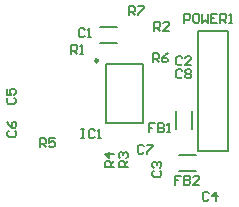
<source format=gto>
G04*
G04 #@! TF.GenerationSoftware,Altium Limited,Altium Designer,22.2.1 (43)*
G04*
G04 Layer_Color=65535*
%FSAX24Y24*%
%MOIN*%
G70*
G04*
G04 #@! TF.SameCoordinates,E8211669-D0EB-40F5-9659-E9546459CE39*
G04*
G04*
G04 #@! TF.FilePolarity,Positive*
G04*
G01*
G75*
%ADD10C,0.0098*%
%ADD11C,0.0079*%
%ADD12C,0.0080*%
D10*
X022530Y023329D02*
G03*
X022530Y023329I-000049J000000D01*
G01*
D11*
X025237Y020183D02*
X025817D01*
X025237Y019642D02*
X025817D01*
X025124Y021068D02*
Y021648D01*
X025664Y021068D02*
Y021648D01*
X022590Y023927D02*
X023170D01*
X022590Y024468D02*
X023170D01*
X022815Y021260D02*
X024035D01*
X022815Y023228D02*
X024035D01*
Y021260D02*
Y023228D01*
X022815Y021260D02*
Y023228D01*
X025878Y024335D02*
X026878D01*
Y020335D02*
Y024335D01*
X025878Y020335D02*
Y024335D01*
Y020335D02*
X026878D01*
D12*
X023569Y024850D02*
Y025150D01*
X023719D01*
X023769Y025100D01*
Y025000D01*
X023719Y024950D01*
X023569D01*
X023669D02*
X023769Y024850D01*
X023869Y025150D02*
X024069D01*
Y025100D01*
X023869Y024900D01*
Y024850D01*
X024356Y023275D02*
Y023575D01*
X024506D01*
X024556Y023525D01*
Y023425D01*
X024506Y023375D01*
X024356D01*
X024456D02*
X024556Y023275D01*
X024856Y023575D02*
X024756Y023525D01*
X024656Y023425D01*
Y023325D01*
X024706Y023275D01*
X024806D01*
X024856Y023325D01*
Y023375D01*
X024806Y023425D01*
X024656D01*
X020590Y020450D02*
Y020750D01*
X020740D01*
X020790Y020700D01*
Y020600D01*
X020740Y020550D01*
X020590D01*
X020690D02*
X020790Y020450D01*
X021090Y020750D02*
X020890D01*
Y020600D01*
X020990Y020650D01*
X021040D01*
X021090Y020600D01*
Y020500D01*
X021040Y020450D01*
X020940D01*
X020890Y020500D01*
X025340Y022990D02*
X025290Y023040D01*
X025190D01*
X025140Y022990D01*
Y022790D01*
X025190Y022740D01*
X025290D01*
X025340Y022790D01*
X025440Y022990D02*
X025490Y023040D01*
X025590D01*
X025640Y022990D01*
Y022940D01*
X025590Y022890D01*
X025640Y022840D01*
Y022790D01*
X025590Y022740D01*
X025490D01*
X025440Y022790D01*
Y022840D01*
X025490Y022890D01*
X025440Y022940D01*
Y022990D01*
X025490Y022890D02*
X025590D01*
X024060Y020480D02*
X024010Y020530D01*
X023910D01*
X023860Y020480D01*
Y020280D01*
X023910Y020230D01*
X024010D01*
X024060Y020280D01*
X024160Y020530D02*
X024360D01*
Y020480D01*
X024160Y020280D01*
Y020230D01*
X019560Y021000D02*
X019510Y020950D01*
Y020850D01*
X019560Y020800D01*
X019760D01*
X019810Y020850D01*
Y020950D01*
X019760Y021000D01*
X019510Y021300D02*
X019560Y021200D01*
X019660Y021100D01*
X019760D01*
X019810Y021150D01*
Y021250D01*
X019760Y021300D01*
X019710D01*
X019660Y021250D01*
Y021100D01*
X019550Y022100D02*
X019500Y022050D01*
Y021950D01*
X019550Y021900D01*
X019750D01*
X019800Y021950D01*
Y022050D01*
X019750Y022100D01*
X019500Y022400D02*
Y022200D01*
X019650D01*
X019600Y022300D01*
Y022350D01*
X019650Y022400D01*
X019750D01*
X019800Y022350D01*
Y022250D01*
X019750Y022200D01*
X025310Y019500D02*
X025110D01*
Y019350D01*
X025210D01*
X025110D01*
Y019200D01*
X025410Y019500D02*
Y019200D01*
X025560D01*
X025610Y019250D01*
Y019300D01*
X025560Y019350D01*
X025410D01*
X025560D01*
X025610Y019400D01*
Y019450D01*
X025560Y019500D01*
X025410D01*
X025910Y019200D02*
X025710D01*
X025910Y019400D01*
Y019450D01*
X025860Y019500D01*
X025760D01*
X025710Y019450D01*
X024450Y021240D02*
X024250D01*
Y021090D01*
X024350D01*
X024250D01*
Y020940D01*
X024550Y021240D02*
Y020940D01*
X024700D01*
X024750Y020990D01*
Y021040D01*
X024700Y021090D01*
X024550D01*
X024700D01*
X024750Y021140D01*
Y021190D01*
X024700Y021240D01*
X024550D01*
X024850Y020940D02*
X024950D01*
X024900D01*
Y021240D01*
X024850Y021190D01*
X026230Y018910D02*
X026180Y018960D01*
X026080D01*
X026030Y018910D01*
Y018710D01*
X026080Y018660D01*
X026180D01*
X026230Y018710D01*
X026480Y018660D02*
Y018960D01*
X026330Y018810D01*
X026530D01*
X024400Y019660D02*
X024350Y019610D01*
Y019510D01*
X024400Y019460D01*
X024600D01*
X024650Y019510D01*
Y019610D01*
X024600Y019660D01*
X024400Y019760D02*
X024350Y019810D01*
Y019910D01*
X024400Y019960D01*
X024450D01*
X024500Y019910D01*
Y019860D01*
Y019910D01*
X024550Y019960D01*
X024600D01*
X024650Y019910D01*
Y019810D01*
X024600Y019760D01*
X025350Y023430D02*
X025300Y023480D01*
X025200D01*
X025150Y023430D01*
Y023230D01*
X025200Y023180D01*
X025300D01*
X025350Y023230D01*
X025650Y023180D02*
X025450D01*
X025650Y023380D01*
Y023430D01*
X025600Y023480D01*
X025500D01*
X025450Y023430D01*
X022098Y024367D02*
X022048Y024417D01*
X021948D01*
X021899Y024367D01*
Y024167D01*
X021948Y024117D01*
X022048D01*
X022098Y024167D01*
X022198Y024117D02*
X022298D01*
X022248D01*
Y024417D01*
X022198Y024367D01*
X024417Y024330D02*
Y024630D01*
X024567D01*
X024617Y024580D01*
Y024480D01*
X024567Y024430D01*
X024417D01*
X024517D02*
X024617Y024330D01*
X024917D02*
X024717D01*
X024917Y024530D01*
Y024580D01*
X024867Y024630D01*
X024767D01*
X024717Y024580D01*
X023060Y019780D02*
X022760D01*
Y019930D01*
X022810Y019980D01*
X022910D01*
X022960Y019930D01*
Y019780D01*
Y019880D02*
X023060Y019980D01*
Y020230D02*
X022760D01*
X022910Y020080D01*
Y020280D01*
X023530Y019780D02*
X023230D01*
Y019930D01*
X023280Y019980D01*
X023380D01*
X023430Y019930D01*
Y019780D01*
Y019880D02*
X023530Y019980D01*
X023280Y020080D02*
X023230Y020130D01*
Y020230D01*
X023280Y020280D01*
X023330D01*
X023380Y020230D01*
Y020180D01*
Y020230D01*
X023430Y020280D01*
X023480D01*
X023530Y020230D01*
Y020130D01*
X023480Y020080D01*
X021647Y023563D02*
Y023862D01*
X021797D01*
X021847Y023812D01*
Y023712D01*
X021797Y023662D01*
X021647D01*
X021747D02*
X021847Y023563D01*
X021947D02*
X022047D01*
X021997D01*
Y023862D01*
X021947Y023812D01*
X025410Y024590D02*
Y024890D01*
X025560D01*
X025610Y024840D01*
Y024740D01*
X025560Y024690D01*
X025410D01*
X025860Y024890D02*
X025760D01*
X025710Y024840D01*
Y024640D01*
X025760Y024590D01*
X025860D01*
X025910Y024640D01*
Y024840D01*
X025860Y024890D01*
X026010D02*
Y024590D01*
X026110Y024690D01*
X026210Y024590D01*
Y024890D01*
X026510D02*
X026310D01*
Y024590D01*
X026510D01*
X026310Y024740D02*
X026410D01*
X026610Y024590D02*
Y024890D01*
X026760D01*
X026810Y024840D01*
Y024740D01*
X026760Y024690D01*
X026610D01*
X026710D02*
X026810Y024590D01*
X026910D02*
X027010D01*
X026960D01*
Y024890D01*
X026910Y024840D01*
X021985Y021040D02*
X022085D01*
X022035D01*
Y020740D01*
X021985D01*
X022085D01*
X022435Y020990D02*
X022385Y021040D01*
X022285D01*
X022235Y020990D01*
Y020790D01*
X022285Y020740D01*
X022385D01*
X022435Y020790D01*
X022535Y020740D02*
X022635D01*
X022585D01*
Y021040D01*
X022535Y020990D01*
M02*

</source>
